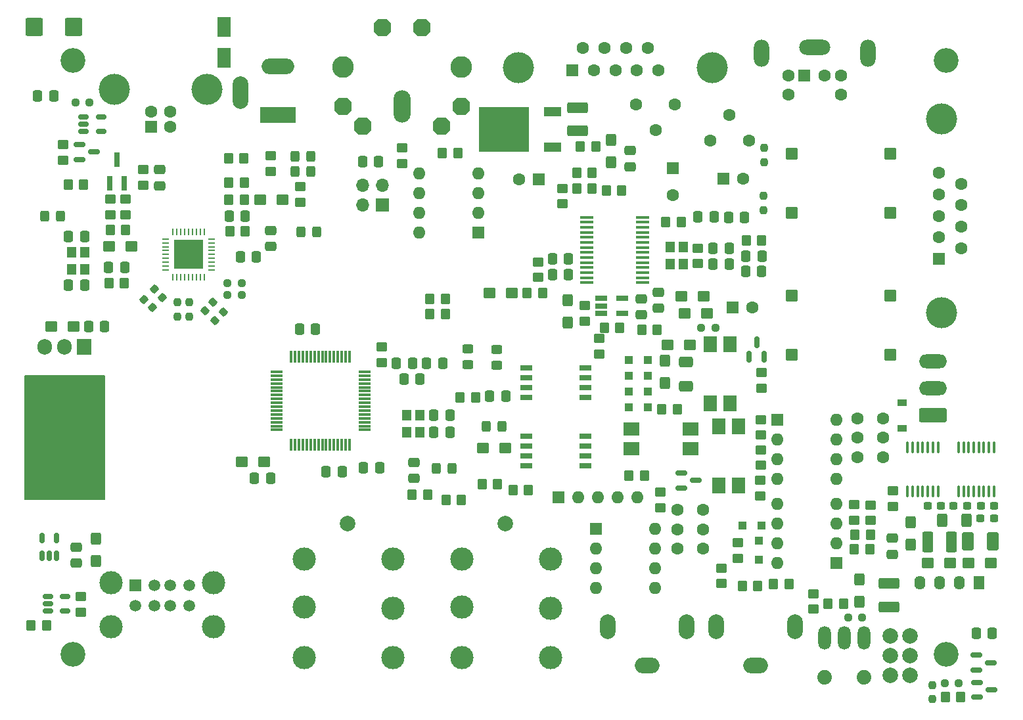
<source format=gbr>
%TF.GenerationSoftware,KiCad,Pcbnew,6.0.2+dfsg-1*%
%TF.CreationDate,2024-03-10T18:27:39+01:00*%
%TF.ProjectId,radio-usb,72616469-6f2d-4757-9362-2e6b69636164,rev?*%
%TF.SameCoordinates,Original*%
%TF.FileFunction,Soldermask,Top*%
%TF.FilePolarity,Negative*%
%FSLAX46Y46*%
G04 Gerber Fmt 4.6, Leading zero omitted, Abs format (unit mm)*
G04 Created by KiCad (PCBNEW 6.0.2+dfsg-1) date 2024-03-10 18:27:39*
%MOMM*%
%LPD*%
G01*
G04 APERTURE LIST*
G04 Aperture macros list*
%AMRoundRect*
0 Rectangle with rounded corners*
0 $1 Rounding radius*
0 $2 $3 $4 $5 $6 $7 $8 $9 X,Y pos of 4 corners*
0 Add a 4 corners polygon primitive as box body*
4,1,4,$2,$3,$4,$5,$6,$7,$8,$9,$2,$3,0*
0 Add four circle primitives for the rounded corners*
1,1,$1+$1,$2,$3*
1,1,$1+$1,$4,$5*
1,1,$1+$1,$6,$7*
1,1,$1+$1,$8,$9*
0 Add four rect primitives between the rounded corners*
20,1,$1+$1,$2,$3,$4,$5,0*
20,1,$1+$1,$4,$5,$6,$7,0*
20,1,$1+$1,$6,$7,$8,$9,0*
20,1,$1+$1,$8,$9,$2,$3,0*%
%AMFreePoly0*
4,1,25,0.555019,1.072796,0.567142,1.062442,1.062442,0.567142,1.090949,0.511194,1.092200,0.495300,1.092200,-0.495300,1.072796,-0.555019,1.062442,-0.567142,0.567142,-1.062442,0.511194,-1.090949,0.495300,-1.092200,-0.495300,-1.092200,-0.555019,-1.072796,-0.567142,-1.062442,-1.062442,-0.567142,-1.090949,-0.511194,-1.092200,-0.495300,-1.092200,0.495300,-1.072796,0.555019,-1.062442,0.567142,
-0.567142,1.062442,-0.511194,1.090949,-0.495300,1.092200,0.495300,1.092200,0.555019,1.072796,0.555019,1.072796,$1*%
G04 Aperture macros list end*
%ADD10C,0.152400*%
%ADD11RoundRect,0.250000X0.450000X-0.350000X0.450000X0.350000X-0.450000X0.350000X-0.450000X-0.350000X0*%
%ADD12C,2.000000*%
%ADD13C,3.000000*%
%ADD14RoundRect,0.250000X-0.537500X-0.425000X0.537500X-0.425000X0.537500X0.425000X-0.537500X0.425000X0*%
%ADD15RoundRect,0.250000X-0.337500X-0.475000X0.337500X-0.475000X0.337500X0.475000X-0.337500X0.475000X0*%
%ADD16R,1.800000X2.500000*%
%ADD17RoundRect,0.250001X-0.462499X-1.074999X0.462499X-1.074999X0.462499X1.074999X-0.462499X1.074999X0*%
%ADD18RoundRect,0.250000X-0.350000X-0.450000X0.350000X-0.450000X0.350000X0.450000X-0.350000X0.450000X0*%
%ADD19RoundRect,0.237500X-0.250000X-0.237500X0.250000X-0.237500X0.250000X0.237500X-0.250000X0.237500X0*%
%ADD20RoundRect,0.250000X-0.450000X0.325000X-0.450000X-0.325000X0.450000X-0.325000X0.450000X0.325000X0*%
%ADD21RoundRect,0.250000X-0.475000X0.337500X-0.475000X-0.337500X0.475000X-0.337500X0.475000X0.337500X0*%
%ADD22R,1.600000X1.600000*%
%ADD23C,1.600000*%
%ADD24C,4.000000*%
%ADD25RoundRect,0.250000X0.475000X-0.337500X0.475000X0.337500X-0.475000X0.337500X-0.475000X-0.337500X0*%
%ADD26RoundRect,0.250000X0.337500X0.475000X-0.337500X0.475000X-0.337500X-0.475000X0.337500X-0.475000X0*%
%ADD27RoundRect,0.250001X1.074999X-0.462499X1.074999X0.462499X-1.074999X0.462499X-1.074999X-0.462499X0*%
%ADD28RoundRect,0.250000X-0.425000X0.537500X-0.425000X-0.537500X0.425000X-0.537500X0.425000X0.537500X0*%
%ADD29RoundRect,0.237500X-0.344715X0.008839X0.008839X-0.344715X0.344715X-0.008839X-0.008839X0.344715X0*%
%ADD30O,3.500000X3.500000*%
%ADD31R,1.905000X2.000000*%
%ADD32O,1.905000X2.000000*%
%ADD33O,2.000000X3.500000*%
%ADD34O,4.000000X2.000000*%
%ADD35O,1.600000X1.600000*%
%ADD36RoundRect,0.250000X0.325000X0.450000X-0.325000X0.450000X-0.325000X-0.450000X0.325000X-0.450000X0*%
%ADD37RoundRect,0.250000X0.425000X-0.537500X0.425000X0.537500X-0.425000X0.537500X-0.425000X-0.537500X0*%
%ADD38RoundRect,0.250001X-1.074999X0.462499X-1.074999X-0.462499X1.074999X-0.462499X1.074999X0.462499X0*%
%ADD39RoundRect,0.250000X0.537500X0.425000X-0.537500X0.425000X-0.537500X-0.425000X0.537500X-0.425000X0*%
%ADD40R,1.600000X0.760000*%
%ADD41RoundRect,0.150000X-0.587500X-0.150000X0.587500X-0.150000X0.587500X0.150000X-0.587500X0.150000X0*%
%ADD42R,1.700000X1.700000*%
%ADD43O,1.700000X1.700000*%
%ADD44R,1.000000X1.000000*%
%ADD45RoundRect,0.237500X-0.237500X0.250000X-0.237500X-0.250000X0.237500X-0.250000X0.237500X0.250000X0*%
%ADD46RoundRect,0.237500X0.008839X0.344715X-0.344715X-0.008839X-0.008839X-0.344715X0.344715X0.008839X0*%
%ADD47RoundRect,0.250000X0.350000X0.450000X-0.350000X0.450000X-0.350000X-0.450000X0.350000X-0.450000X0*%
%ADD48RoundRect,0.250000X-0.650000X0.412500X-0.650000X-0.412500X0.650000X-0.412500X0.650000X0.412500X0*%
%ADD49R,1.400000X1.800000*%
%ADD50O,1.400000X1.800000*%
%ADD51RoundRect,0.250000X-0.450000X0.350000X-0.450000X-0.350000X0.450000X-0.350000X0.450000X0.350000X0*%
%ADD52O,1.625600X3.048000*%
%ADD53C,1.879600*%
%ADD54RoundRect,0.150000X0.150000X-0.587500X0.150000X0.587500X-0.150000X0.587500X-0.150000X-0.587500X0*%
%ADD55RoundRect,0.237500X0.250000X0.237500X-0.250000X0.237500X-0.250000X-0.237500X0.250000X-0.237500X0*%
%ADD56R,1.500000X1.500000*%
%ADD57C,1.500000*%
%ADD58C,3.200000*%
%ADD59RoundRect,0.150000X0.150000X-0.512500X0.150000X0.512500X-0.150000X0.512500X-0.150000X-0.512500X0*%
%ADD60R,1.200000X0.900000*%
%ADD61RoundRect,0.237500X0.300000X0.237500X-0.300000X0.237500X-0.300000X-0.237500X0.300000X-0.237500X0*%
%ADD62RoundRect,0.237500X0.237500X-0.250000X0.237500X0.250000X-0.237500X0.250000X-0.237500X-0.250000X0*%
%ADD63RoundRect,0.100000X0.100000X-0.637500X0.100000X0.637500X-0.100000X0.637500X-0.100000X-0.637500X0*%
%ADD64O,3.197860X1.998980*%
%ADD65O,1.998980X3.197860*%
%ADD66R,4.600000X2.000000*%
%ADD67O,4.200000X2.000000*%
%ADD68O,2.000000X4.200000*%
%ADD69R,1.780000X2.000000*%
%ADD70RoundRect,0.250000X-0.400000X-0.625000X0.400000X-0.625000X0.400000X0.625000X-0.400000X0.625000X0*%
%ADD71RoundRect,0.237500X-0.300000X-0.237500X0.300000X-0.237500X0.300000X0.237500X-0.300000X0.237500X0*%
%ADD72C,2.794000*%
%ADD73FreePoly0,180.000000*%
%ADD74O,2.184400X4.165600*%
%ADD75R,2.200000X1.200000*%
%ADD76R,6.400000X5.800000*%
%ADD77R,1.200000X1.400000*%
%ADD78R,1.750000X0.450000*%
%ADD79RoundRect,0.150000X-0.512500X-0.150000X0.512500X-0.150000X0.512500X0.150000X-0.512500X0.150000X0*%
%ADD80RoundRect,0.250001X-0.499999X-0.924999X0.499999X-0.924999X0.499999X0.924999X-0.499999X0.924999X0*%
%ADD81RoundRect,0.101600X0.654000X-0.654000X0.654000X0.654000X-0.654000X0.654000X-0.654000X-0.654000X0*%
%ADD82R,1.560000X0.650000*%
%ADD83RoundRect,0.250000X1.550000X-0.650000X1.550000X0.650000X-1.550000X0.650000X-1.550000X-0.650000X0*%
%ADD84O,3.600000X1.800000*%
%ADD85RoundRect,0.250000X-0.325000X-0.450000X0.325000X-0.450000X0.325000X0.450000X-0.325000X0.450000X0*%
%ADD86R,2.000000X1.780000*%
%ADD87RoundRect,0.062500X0.062500X-0.350000X0.062500X0.350000X-0.062500X0.350000X-0.062500X-0.350000X0*%
%ADD88RoundRect,0.062500X0.350000X-0.062500X0.350000X0.062500X-0.350000X0.062500X-0.350000X-0.062500X0*%
%ADD89R,3.700000X3.700000*%
%ADD90R,0.800000X1.900000*%
%ADD91RoundRect,0.075000X0.700000X0.075000X-0.700000X0.075000X-0.700000X-0.075000X0.700000X-0.075000X0*%
%ADD92RoundRect,0.075000X0.075000X0.700000X-0.075000X0.700000X-0.075000X-0.700000X0.075000X-0.700000X0*%
%ADD93RoundRect,0.250000X0.875000X0.925000X-0.875000X0.925000X-0.875000X-0.925000X0.875000X-0.925000X0*%
G04 APERTURE END LIST*
D10*
X49428400Y-88798400D02*
X39192200Y-88798400D01*
X39192200Y-88798400D02*
X39192200Y-72898000D01*
X39192200Y-72898000D02*
X49403000Y-72898000D01*
X49403000Y-72898000D02*
X49428400Y-88798400D01*
G36*
X49428400Y-88798400D02*
G01*
X39192200Y-88798400D01*
X39192200Y-72898000D01*
X49403000Y-72898000D01*
X49428400Y-88798400D01*
G37*
X49428400Y-88798400D02*
X39192200Y-88798400D01*
X39192200Y-72898000D01*
X49403000Y-72898000D01*
X49428400Y-88798400D01*
D11*
%TO.C,R27*%
X134010400Y-80552800D03*
X134010400Y-78552800D03*
%TD*%
D12*
%TO.C,J12*%
X101120000Y-91920000D03*
D13*
X106920000Y-102870000D03*
X95520000Y-102720000D03*
X106920000Y-109220000D03*
X95520000Y-109220000D03*
X106920000Y-96520000D03*
X95520000Y-96520000D03*
%TD*%
D14*
%TO.C,C61*%
X121981100Y-68910200D03*
X124856100Y-68910200D03*
%TD*%
%TO.C,C38*%
X98206700Y-82219800D03*
X101081700Y-82219800D03*
%TD*%
D15*
%TO.C,C34*%
X88036400Y-73374522D03*
X90111400Y-73374522D03*
%TD*%
D16*
%TO.C,D4*%
X64846200Y-27946600D03*
X64846200Y-31946600D03*
%TD*%
D17*
%TO.C,L2*%
X155560700Y-94310200D03*
X158535700Y-94310200D03*
%TD*%
D18*
%TO.C,R34*%
X39995600Y-105054400D03*
X41995600Y-105054400D03*
%TD*%
D19*
%TO.C,R17*%
X45671100Y-37719000D03*
X47496100Y-37719000D03*
%TD*%
D20*
%TO.C,D16*%
X96266000Y-69409200D03*
X96266000Y-71459200D03*
%TD*%
D21*
%TO.C,C9*%
X70891400Y-54182100D03*
X70891400Y-56257100D03*
%TD*%
D22*
%TO.C,J2*%
X55417400Y-40848900D03*
D23*
X57917400Y-40848900D03*
X57917400Y-38848900D03*
X55417400Y-38848900D03*
D24*
X50667400Y-35988900D03*
X62667400Y-35988900D03*
%TD*%
D25*
%TO.C,C57*%
X120777000Y-64228800D03*
X120777000Y-62153800D03*
%TD*%
D26*
%TO.C,C58*%
X109241500Y-57810400D03*
X107166500Y-57810400D03*
%TD*%
D27*
%TO.C,L3*%
X150571200Y-102681100D03*
X150571200Y-99706100D03*
%TD*%
D18*
%TO.C,R10*%
X50003200Y-61010800D03*
X52003200Y-61010800D03*
%TD*%
D28*
%TO.C,C42*%
X48310800Y-93914100D03*
X48310800Y-96789100D03*
%TD*%
D15*
%TO.C,C14*%
X66932900Y-57607200D03*
X69007900Y-57607200D03*
%TD*%
D11*
%TO.C,R16*%
X44145200Y-45145200D03*
X44145200Y-43145200D03*
%TD*%
D26*
%TO.C,C59*%
X109241500Y-59842400D03*
X107166500Y-59842400D03*
%TD*%
D29*
%TO.C,R46*%
X63449200Y-63423800D03*
X64739670Y-64714270D03*
%TD*%
D30*
%TO.C,U1*%
X44297600Y-85865200D03*
D31*
X46837600Y-69205200D03*
D32*
X44297600Y-69205200D03*
X41757600Y-69205200D03*
%TD*%
D22*
%TO.C,J6*%
X139649200Y-34188400D03*
D23*
X142249200Y-34188400D03*
X137549200Y-34188400D03*
X144349200Y-34188400D03*
X137549200Y-36688400D03*
X144349200Y-36688400D03*
D33*
X134099200Y-31338400D03*
X147799200Y-31338400D03*
D34*
X140949200Y-30538400D03*
%TD*%
D22*
%TO.C,U14*%
X112786000Y-92618400D03*
D35*
X112786000Y-95158400D03*
X112786000Y-97698400D03*
X112786000Y-100238400D03*
X120406000Y-100238400D03*
X120406000Y-97698400D03*
X120406000Y-95158400D03*
X120406000Y-92618400D03*
%TD*%
D18*
%TO.C,R33*%
X146167600Y-93370400D03*
X148167600Y-93370400D03*
%TD*%
D11*
%TO.C,R14*%
X50165000Y-52155600D03*
X50165000Y-50155600D03*
%TD*%
D15*
%TO.C,C51*%
X127842100Y-56464200D03*
X129917100Y-56464200D03*
%TD*%
D36*
%TO.C,L4*%
X100669200Y-79445122D03*
X98619200Y-79445122D03*
%TD*%
D37*
%TO.C,C60*%
X121691400Y-73878300D03*
X121691400Y-71003300D03*
%TD*%
D12*
%TO.C,D12*%
X153250200Y-106450700D03*
X150710200Y-106450700D03*
X153250200Y-108990700D03*
X150710200Y-108990700D03*
X153250200Y-111530700D03*
X150710200Y-111530700D03*
%TD*%
D38*
%TO.C,L5*%
X110439200Y-38390500D03*
X110439200Y-41365500D03*
%TD*%
D39*
%TO.C,C13*%
X52923300Y-56261000D03*
X50048300Y-56261000D03*
%TD*%
D14*
%TO.C,C18*%
X160792300Y-97028000D03*
X163667300Y-97028000D03*
%TD*%
D40*
%TO.C,SW5*%
X103755100Y-80664322D03*
X103755100Y-81934322D03*
X103755100Y-83204322D03*
X103755100Y-84474322D03*
X111375100Y-84474322D03*
X111375100Y-83204322D03*
X111375100Y-81934322D03*
X111375100Y-80664322D03*
%TD*%
D21*
%TO.C,C39*%
X117170200Y-43869700D03*
X117170200Y-45944700D03*
%TD*%
D14*
%TO.C,C11*%
X69504700Y-50215800D03*
X72379700Y-50215800D03*
%TD*%
D18*
%TO.C,R57*%
X91354400Y-62992000D03*
X93354400Y-62992000D03*
%TD*%
D41*
%TO.C,Q3*%
X161876500Y-112435600D03*
X161876500Y-114335600D03*
X163751500Y-113385600D03*
%TD*%
D42*
%TO.C,J5*%
X85217000Y-50876200D03*
D43*
X82677000Y-50876200D03*
X85217000Y-48336200D03*
X82677000Y-48336200D03*
%TD*%
D26*
%TO.C,C5*%
X46884500Y-54940200D03*
X44809500Y-54940200D03*
%TD*%
D11*
%TO.C,R23*%
X46380400Y-103362000D03*
X46380400Y-101362000D03*
%TD*%
D18*
%TO.C,R64*%
X110302800Y-46786800D03*
X112302800Y-46786800D03*
%TD*%
D23*
%TO.C,SW7*%
X117946800Y-37958400D03*
X120446800Y-41258400D03*
X122946800Y-37958400D03*
%TD*%
D14*
%TO.C,C50*%
X124165500Y-64871600D03*
X127040500Y-64871600D03*
%TD*%
D22*
%TO.C,U11*%
X143754000Y-97043400D03*
D35*
X143754000Y-94503400D03*
X143754000Y-91963400D03*
X143754000Y-89423400D03*
X136134000Y-89423400D03*
X136134000Y-91963400D03*
X136134000Y-94503400D03*
X136134000Y-97043400D03*
%TD*%
D44*
%TO.C,D10*%
X133731000Y-94127000D03*
X133731000Y-96627000D03*
%TD*%
%TO.C,D18*%
X119461600Y-72898000D03*
X116961600Y-72898000D03*
%TD*%
%TO.C,D17*%
X119461600Y-70891400D03*
X116961600Y-70891400D03*
%TD*%
D45*
%TO.C,R22*%
X58877200Y-63425700D03*
X58877200Y-65250700D03*
%TD*%
D14*
%TO.C,C54*%
X123759100Y-62661800D03*
X126634100Y-62661800D03*
%TD*%
D15*
%TO.C,C28*%
X90932000Y-71342522D03*
X93007000Y-71342522D03*
%TD*%
D11*
%TO.C,R2*%
X74650600Y-50530000D03*
X74650600Y-48530000D03*
%TD*%
D18*
%TO.C,R53*%
X110760000Y-43357800D03*
X112760000Y-43357800D03*
%TD*%
D23*
%TO.C,SW2*%
X132497200Y-42585000D03*
X129997200Y-39285000D03*
X127497200Y-42585000D03*
%TD*%
D46*
%TO.C,R30*%
X56906235Y-62829365D03*
X55615765Y-64119835D03*
%TD*%
D47*
%TO.C,R44*%
X97262100Y-75711322D03*
X95262100Y-75711322D03*
%TD*%
D48*
%TO.C,C62*%
X124358400Y-71106900D03*
X124358400Y-74231900D03*
%TD*%
D49*
%TO.C,U8*%
X162156900Y-99554700D03*
D50*
X159616900Y-99554700D03*
X157076900Y-99554700D03*
X154536900Y-99554700D03*
%TD*%
D18*
%TO.C,R51*%
X93437200Y-88925400D03*
X95437200Y-88925400D03*
%TD*%
D51*
%TO.C,R25*%
X131089400Y-94453200D03*
X131089400Y-96453200D03*
%TD*%
D28*
%TO.C,C48*%
X109118400Y-63180100D03*
X109118400Y-66055100D03*
%TD*%
D52*
%TO.C,SW3*%
X147320000Y-106680000D03*
X144780000Y-106680000D03*
X142240000Y-106680000D03*
D53*
X147320000Y-111760000D03*
X142240000Y-111760000D03*
%TD*%
D11*
%TO.C,R65*%
X134010400Y-84439000D03*
X134010400Y-82439000D03*
%TD*%
D44*
%TO.C,D19*%
X119461600Y-74904600D03*
X116961600Y-74904600D03*
%TD*%
D54*
%TO.C,Q4*%
X132527000Y-70431900D03*
X134427000Y-70431900D03*
X133477000Y-68556900D03*
%TD*%
D55*
%TO.C,R35*%
X147089500Y-104063800D03*
X145264500Y-104063800D03*
%TD*%
D56*
%TO.C,J7*%
X53396000Y-99901600D03*
D57*
X55896000Y-99901600D03*
X57896000Y-99901600D03*
X60396000Y-99901600D03*
X53396000Y-102521600D03*
X55896000Y-102521600D03*
X57896000Y-102521600D03*
X60396000Y-102521600D03*
D13*
X63466000Y-99551600D03*
X50326000Y-105231600D03*
X50326000Y-99551600D03*
X63466000Y-105231600D03*
%TD*%
D21*
%TO.C,C10*%
X45770800Y-94974500D03*
X45770800Y-97049500D03*
%TD*%
D25*
%TO.C,C21*%
X150977600Y-95931900D03*
X150977600Y-93856900D03*
%TD*%
D51*
%TO.C,R80*%
X121107200Y-87900000D03*
X121107200Y-89900000D03*
%TD*%
D55*
%TO.C,R78*%
X128166500Y-66751200D03*
X126341500Y-66751200D03*
%TD*%
D24*
%TO.C,J8*%
X157272000Y-39808602D03*
X157272000Y-64808602D03*
D22*
X156972000Y-57848602D03*
D23*
X156972000Y-55078602D03*
X156972000Y-52308602D03*
X156972000Y-49538602D03*
X156972000Y-46768602D03*
X159812000Y-56463602D03*
X159812000Y-53693602D03*
X159812000Y-50923602D03*
X159812000Y-48153602D03*
%TD*%
D28*
%TO.C,C37*%
X114757200Y-42504500D03*
X114757200Y-45379500D03*
%TD*%
D18*
%TO.C,R5*%
X50181000Y-54152800D03*
X52181000Y-54152800D03*
%TD*%
D47*
%TO.C,R49*%
X100110800Y-86868000D03*
X98110800Y-86868000D03*
%TD*%
D19*
%TO.C,R43*%
X65305300Y-62484000D03*
X67130300Y-62484000D03*
%TD*%
D58*
%TO.C,H4*%
X45339000Y-32258000D03*
%TD*%
D41*
%TO.C,Q5*%
X123776500Y-85460800D03*
X123776500Y-87360800D03*
X125651500Y-86410800D03*
%TD*%
D19*
%TO.C,R42*%
X65305300Y-60960000D03*
X67130300Y-60960000D03*
%TD*%
D58*
%TO.C,H3*%
X157861000Y-32258000D03*
%TD*%
D15*
%TO.C,C52*%
X127867500Y-58496200D03*
X129942500Y-58496200D03*
%TD*%
D59*
%TO.C,U4*%
X41366400Y-96133500D03*
X42316400Y-96133500D03*
X43266400Y-96133500D03*
X43266400Y-93858500D03*
X41366400Y-93858500D03*
%TD*%
D39*
%TO.C,C49*%
X101894500Y-62230000D03*
X99019500Y-62230000D03*
%TD*%
D60*
%TO.C,D7*%
X152222200Y-79678800D03*
X152222200Y-76378800D03*
%TD*%
D41*
%TO.C,Q2*%
X161800300Y-108930400D03*
X161800300Y-110830400D03*
X163675300Y-109880400D03*
%TD*%
D11*
%TO.C,R79*%
X128905000Y-99679000D03*
X128905000Y-97679000D03*
%TD*%
D23*
%TO.C,SW1*%
X149769000Y-78373600D03*
X149769000Y-80873600D03*
X149769000Y-83373600D03*
X146469000Y-78373600D03*
X146469000Y-80873600D03*
X146469000Y-83373600D03*
%TD*%
D51*
%TO.C,R9*%
X148183600Y-89551000D03*
X148183600Y-91551000D03*
%TD*%
D61*
%TO.C,C32*%
X160577700Y-89636600D03*
X158852700Y-89636600D03*
%TD*%
D47*
%TO.C,R54*%
X123783600Y-53111400D03*
X121783600Y-53111400D03*
%TD*%
D26*
%TO.C,C1*%
X49475300Y-66522600D03*
X47400300Y-66522600D03*
%TD*%
D62*
%TO.C,R70*%
X134391400Y-51560100D03*
X134391400Y-49735100D03*
%TD*%
D22*
%TO.C,C63*%
X130389621Y-64084200D03*
D23*
X132889621Y-64084200D03*
%TD*%
D18*
%TO.C,R21*%
X131638800Y-99999800D03*
X133638800Y-99999800D03*
%TD*%
D29*
%TO.C,R48*%
X62382400Y-64490600D03*
X63672870Y-65781070D03*
%TD*%
D63*
%TO.C,U13*%
X159497600Y-87850900D03*
X160147600Y-87850900D03*
X160797600Y-87850900D03*
X161447600Y-87850900D03*
X162097600Y-87850900D03*
X162747600Y-87850900D03*
X163397600Y-87850900D03*
X164047600Y-87850900D03*
X164047600Y-82125900D03*
X163397600Y-82125900D03*
X162747600Y-82125900D03*
X162097600Y-82125900D03*
X161447600Y-82125900D03*
X160797600Y-82125900D03*
X160147600Y-82125900D03*
X159497598Y-82125896D03*
%TD*%
D18*
%TO.C,R60*%
X118659400Y-66954400D03*
X120659400Y-66954400D03*
%TD*%
D45*
%TO.C,R24*%
X60401200Y-63425700D03*
X60401200Y-65250700D03*
%TD*%
D12*
%TO.C,J11*%
X80800000Y-91920000D03*
D13*
X86600000Y-102870000D03*
X75200000Y-102720000D03*
X86600000Y-109220000D03*
X75200000Y-109220000D03*
X86600000Y-96520000D03*
X75200000Y-96520000D03*
%TD*%
D64*
%TO.C,J10*%
X119380000Y-110220000D03*
D65*
X124434600Y-105222040D03*
X114325400Y-105222040D03*
%TD*%
D26*
%TO.C,C55*%
X134158900Y-57531000D03*
X132083900Y-57531000D03*
%TD*%
D51*
%TO.C,R38*%
X146024600Y-89500200D03*
X146024600Y-91500200D03*
%TD*%
D15*
%TO.C,C4*%
X82680900Y-45339000D03*
X84755900Y-45339000D03*
%TD*%
D66*
%TO.C,J1*%
X71770000Y-39293800D03*
D67*
X71770000Y-32993800D03*
D68*
X66970000Y-36393800D03*
%TD*%
D47*
%TO.C,R72*%
X112302800Y-48768000D03*
X110302800Y-48768000D03*
%TD*%
%TO.C,R4*%
X67471800Y-50215800D03*
X65471800Y-50215800D03*
%TD*%
D18*
%TO.C,R29*%
X135626600Y-99720400D03*
X137626600Y-99720400D03*
%TD*%
D11*
%TO.C,R18*%
X87833200Y-45526200D03*
X87833200Y-43526200D03*
%TD*%
D44*
%TO.C,D20*%
X119461600Y-76936600D03*
X116961600Y-76936600D03*
%TD*%
D46*
%TO.C,R26*%
X55839435Y-61762565D03*
X54548965Y-63053035D03*
%TD*%
D47*
%TO.C,R6*%
X67573400Y-54305200D03*
X65573400Y-54305200D03*
%TD*%
%TO.C,R62*%
X105902000Y-62204600D03*
X103902000Y-62204600D03*
%TD*%
D58*
%TO.C,H2*%
X157861000Y-108788200D03*
%TD*%
D26*
%TO.C,C36*%
X101138900Y-75565000D03*
X99063900Y-75565000D03*
%TD*%
D18*
%TO.C,R1*%
X44745400Y-48260000D03*
X46745400Y-48260000D03*
%TD*%
D69*
%TO.C,U20*%
X128625600Y-87020400D03*
X131165600Y-87020400D03*
X131165600Y-79400400D03*
X128625600Y-79400400D03*
%TD*%
D70*
%TO.C,R20*%
X157428600Y-91541600D03*
X160528600Y-91541600D03*
%TD*%
D44*
%TO.C,D9*%
X131617400Y-92202000D03*
X134117400Y-92202000D03*
%TD*%
D40*
%TO.C,SW4*%
X103831300Y-71901322D03*
X103831300Y-73171322D03*
X103831300Y-74441322D03*
X103831300Y-75711322D03*
X111451300Y-75711322D03*
X111451300Y-74441322D03*
X111451300Y-73171322D03*
X111451300Y-71901322D03*
%TD*%
D71*
%TO.C,C29*%
X162383300Y-89687400D03*
X164108300Y-89687400D03*
%TD*%
D37*
%TO.C,C16*%
X153365200Y-94655500D03*
X153365200Y-91780500D03*
%TD*%
D15*
%TO.C,C27*%
X125911700Y-52451000D03*
X127986700Y-52451000D03*
%TD*%
D11*
%TO.C,R45*%
X108483400Y-50758600D03*
X108483400Y-48758600D03*
%TD*%
D24*
%TO.C,J4*%
X127768000Y-33228000D03*
X102768000Y-33228000D03*
D22*
X109728000Y-33528000D03*
D23*
X112498000Y-33528000D03*
X115268000Y-33528000D03*
X118038000Y-33528000D03*
X120808000Y-33528000D03*
X111113000Y-30688000D03*
X113883000Y-30688000D03*
X116653000Y-30688000D03*
X119423000Y-30688000D03*
%TD*%
D11*
%TO.C,R61*%
X105283000Y-60232800D03*
X105283000Y-58232800D03*
%TD*%
D69*
%TO.C,U21*%
X127508000Y-76479400D03*
X130048000Y-76479400D03*
X130048000Y-68859400D03*
X127508000Y-68859400D03*
%TD*%
D18*
%TO.C,R32*%
X146066000Y-95275400D03*
X148066000Y-95275400D03*
%TD*%
D22*
%TO.C,RN1*%
X107951500Y-88563722D03*
D35*
X110491500Y-88563722D03*
X113031500Y-88563722D03*
X115571500Y-88563722D03*
X118111500Y-88563722D03*
%TD*%
D51*
%TO.C,R40*%
X151028400Y-87747600D03*
X151028400Y-89747600D03*
%TD*%
D72*
%TO.C,X1*%
X80137000Y-33121600D03*
X95377000Y-33121600D03*
D73*
X80137000Y-38201600D03*
D74*
X87757000Y-38201600D03*
D73*
X95377000Y-38201600D03*
X82677000Y-40741600D03*
X92837000Y-40741600D03*
X90297000Y-28041600D03*
X85217000Y-28041600D03*
%TD*%
D18*
%TO.C,R52*%
X89068400Y-88265000D03*
X91068400Y-88265000D03*
%TD*%
D23*
%TO.C,SW6*%
X126553400Y-90210000D03*
X126553400Y-92710000D03*
X126553400Y-95210000D03*
X123253400Y-90210000D03*
X123253400Y-92710000D03*
X123253400Y-95210000D03*
%TD*%
D51*
%TO.C,R15*%
X54457600Y-46345600D03*
X54457600Y-48345600D03*
%TD*%
D26*
%TO.C,C43*%
X131923700Y-52476400D03*
X129848700Y-52476400D03*
%TD*%
D20*
%TO.C,D15*%
X99999800Y-69485400D03*
X99999800Y-71535400D03*
%TD*%
D39*
%TO.C,C56*%
X69988200Y-83966322D03*
X67113200Y-83966322D03*
%TD*%
D15*
%TO.C,C35*%
X87045800Y-71342522D03*
X89120800Y-71342522D03*
%TD*%
%TO.C,C45*%
X132058500Y-59486800D03*
X134133500Y-59486800D03*
%TD*%
D22*
%TO.C,C64*%
X129221221Y-47523400D03*
D23*
X131721221Y-47523400D03*
%TD*%
D15*
%TO.C,C25*%
X82804000Y-84728322D03*
X84879000Y-84728322D03*
%TD*%
D36*
%TO.C,D6*%
X76056600Y-46609000D03*
X74006600Y-46609000D03*
%TD*%
D47*
%TO.C,R81*%
X119008400Y-85750400D03*
X117008400Y-85750400D03*
%TD*%
%TO.C,R8*%
X67421000Y-44907200D03*
X65421000Y-44907200D03*
%TD*%
%TO.C,R41*%
X159800800Y-114274600D03*
X157800800Y-114274600D03*
%TD*%
D11*
%TO.C,R31*%
X140817600Y-102981000D03*
X140817600Y-100981000D03*
%TD*%
D75*
%TO.C,U7*%
X107197000Y-43453400D03*
D76*
X100897000Y-41173400D03*
D75*
X107197000Y-38893400D03*
%TD*%
D18*
%TO.C,R77*%
X113858800Y-66700400D03*
X115858800Y-66700400D03*
%TD*%
D71*
%TO.C,C33*%
X162332500Y-91287600D03*
X164057500Y-91287600D03*
%TD*%
D22*
%TO.C,C40*%
X122707400Y-46128656D03*
D23*
X122707400Y-49628656D03*
%TD*%
D77*
%TO.C,Y2*%
X88401700Y-78014922D03*
X88401700Y-80214922D03*
X90101700Y-80214922D03*
X90101700Y-78014922D03*
%TD*%
D11*
%TO.C,R55*%
X125919611Y-58462598D03*
X125919611Y-56462598D03*
%TD*%
D64*
%TO.C,J9*%
X133350000Y-110220000D03*
D65*
X138404600Y-105222040D03*
X128295400Y-105222040D03*
%TD*%
D22*
%TO.C,U12*%
X136154000Y-78546800D03*
D35*
X136154000Y-81086800D03*
X136154000Y-83626800D03*
X136154000Y-86166800D03*
X143774000Y-86166800D03*
X143774000Y-83626800D03*
X143774000Y-81086800D03*
X143774000Y-78546800D03*
%TD*%
D25*
%TO.C,C41*%
X89277100Y-86121422D03*
X89277100Y-84046422D03*
%TD*%
D11*
%TO.C,R3*%
X70891400Y-46567600D03*
X70891400Y-44567600D03*
%TD*%
D47*
%TO.C,R19*%
X94980000Y-44221400D03*
X92980000Y-44221400D03*
%TD*%
D62*
%TO.C,R36*%
X156108400Y-114577500D03*
X156108400Y-112752500D03*
%TD*%
D78*
%TO.C,U15*%
X111614400Y-52467800D03*
X111614400Y-53117800D03*
X111614407Y-53767812D03*
X111614407Y-54417798D03*
X111614407Y-55067810D03*
X111614407Y-55717796D03*
X111614407Y-56367807D03*
X111614400Y-57017800D03*
X111614400Y-57667800D03*
X111614400Y-58317800D03*
X111614407Y-58967802D03*
X111614400Y-59617800D03*
X111614400Y-60267800D03*
X111614400Y-60917800D03*
X118814400Y-60917800D03*
X118814400Y-60267800D03*
X118814400Y-59617800D03*
X118814393Y-58967802D03*
X118814400Y-58317800D03*
X118814400Y-57667800D03*
X118814400Y-57017800D03*
X118814393Y-56367807D03*
X118814400Y-55717800D03*
X118814400Y-55067800D03*
X118814393Y-54417798D03*
X118814393Y-53767812D03*
X118814400Y-53117800D03*
X118814393Y-52467789D03*
%TD*%
D47*
%TO.C,R7*%
X67446400Y-47980600D03*
X65446400Y-47980600D03*
%TD*%
D18*
%TO.C,R59*%
X91379800Y-64947800D03*
X93379800Y-64947800D03*
%TD*%
D26*
%TO.C,C2*%
X46884500Y-61214000D03*
X44809500Y-61214000D03*
%TD*%
D21*
%TO.C,C7*%
X56515000Y-46333500D03*
X56515000Y-48408500D03*
%TD*%
D71*
%TO.C,C24*%
X155499900Y-89636600D03*
X157224900Y-89636600D03*
%TD*%
D18*
%TO.C,R39*%
X142687800Y-102311200D03*
X144687800Y-102311200D03*
%TD*%
D79*
%TO.C,U5*%
X46741500Y-39537600D03*
X46741500Y-40487600D03*
X46741500Y-41437600D03*
X49016500Y-41437600D03*
X49016500Y-39537600D03*
%TD*%
D15*
%TO.C,C6*%
X49965700Y-58953400D03*
X52040700Y-58953400D03*
%TD*%
%TO.C,C31*%
X91871800Y-78022722D03*
X93946800Y-78022722D03*
%TD*%
D80*
%TO.C,C19*%
X160681000Y-94259400D03*
X163931000Y-94259400D03*
%TD*%
D11*
%TO.C,R28*%
X133934200Y-88376000D03*
X133934200Y-86376000D03*
%TD*%
D81*
%TO.C,U22*%
X138021593Y-44277991D03*
X138021593Y-51897991D03*
X150721593Y-44277991D03*
X150721593Y-51897991D03*
%TD*%
D63*
%TO.C,U9*%
X152939200Y-87850900D03*
X153589200Y-87850900D03*
X154239200Y-87850900D03*
X154889200Y-87850900D03*
X155539211Y-87850904D03*
X156189197Y-87850904D03*
X156839200Y-87850900D03*
X156839200Y-82125900D03*
X156189200Y-82125900D03*
X155539200Y-82125900D03*
X154889200Y-82125900D03*
X154239189Y-82125896D03*
X153589200Y-82125900D03*
X152939191Y-82125896D03*
%TD*%
D82*
%TO.C,U23*%
X113458000Y-62956400D03*
X113458000Y-63906400D03*
X113458000Y-64856400D03*
X116158000Y-64856400D03*
X116158000Y-62956400D03*
%TD*%
D83*
%TO.C,J3*%
X156210000Y-78006092D03*
D84*
X156210000Y-74506092D03*
X156210000Y-71006092D03*
%TD*%
D85*
%TO.C,D1*%
X41697800Y-52349400D03*
X43747800Y-52349400D03*
%TD*%
D18*
%TO.C,R50*%
X102073200Y-87655400D03*
X104073200Y-87655400D03*
%TD*%
D86*
%TO.C,U18*%
X124993400Y-82321400D03*
X124993400Y-79781400D03*
X117373400Y-79781400D03*
X117373400Y-82321400D03*
%TD*%
D47*
%TO.C,R58*%
X134146800Y-55499000D03*
X132146800Y-55499000D03*
%TD*%
%TO.C,R71*%
X116112800Y-49072800D03*
X114112800Y-49072800D03*
%TD*%
D11*
%TO.C,R67*%
X113207800Y-70113400D03*
X113207800Y-68113400D03*
%TD*%
D15*
%TO.C,C12*%
X65510500Y-52298600D03*
X67585500Y-52298600D03*
%TD*%
D85*
%TO.C,D5*%
X74006600Y-44602400D03*
X76056600Y-44602400D03*
%TD*%
D47*
%TO.C,R66*%
X123275600Y-77190600D03*
X121275600Y-77190600D03*
%TD*%
D14*
%TO.C,C20*%
X155534500Y-97002600D03*
X158409500Y-97002600D03*
%TD*%
D21*
%TO.C,C46*%
X118592600Y-62995900D03*
X118592600Y-65070900D03*
%TD*%
D14*
%TO.C,C8*%
X42555300Y-66522600D03*
X45430300Y-66522600D03*
%TD*%
D15*
%TO.C,C47*%
X74574400Y-66922922D03*
X76649400Y-66922922D03*
%TD*%
D11*
%TO.C,R68*%
X111328200Y-65846200D03*
X111328200Y-63846200D03*
%TD*%
D41*
%TO.C,Q1*%
X46230300Y-43119000D03*
X46230300Y-45019000D03*
X48105300Y-44069000D03*
%TD*%
D22*
%TO.C,U2*%
X97627600Y-54422200D03*
D35*
X97627600Y-51882200D03*
X97627600Y-49342200D03*
X97627600Y-46802200D03*
X90007600Y-46802200D03*
X90007600Y-49342200D03*
X90007600Y-51882200D03*
X90007600Y-54422200D03*
%TD*%
D19*
%TO.C,R37*%
X157710500Y-112522000D03*
X159535500Y-112522000D03*
%TD*%
D15*
%TO.C,C53*%
X78003400Y-85312522D03*
X80078400Y-85312522D03*
%TD*%
%TO.C,C17*%
X40821700Y-36880800D03*
X42896700Y-36880800D03*
%TD*%
D81*
%TO.C,U19*%
X138021593Y-62565991D03*
X138021593Y-70185991D03*
X150721593Y-62565991D03*
X150721593Y-70185991D03*
%TD*%
D26*
%TO.C,C22*%
X163851500Y-106095800D03*
X161776500Y-106095800D03*
%TD*%
D11*
%TO.C,R47*%
X85162300Y-71174122D03*
X85162300Y-69174122D03*
%TD*%
D77*
%TO.C,Y1*%
X46900200Y-59189800D03*
X46900200Y-56989800D03*
X45200200Y-56989800D03*
X45200200Y-59189800D03*
%TD*%
D26*
%TO.C,C26*%
X70832800Y-86125322D03*
X68757800Y-86125322D03*
%TD*%
D36*
%TO.C,L6*%
X94213700Y-84880722D03*
X92163700Y-84880722D03*
%TD*%
D58*
%TO.C,H1*%
X45339000Y-108788200D03*
%TD*%
D11*
%TO.C,R63*%
X134112000Y-74507600D03*
X134112000Y-72507600D03*
%TD*%
D51*
%TO.C,R13*%
X52146200Y-50155600D03*
X52146200Y-52155600D03*
%TD*%
D28*
%TO.C,C23*%
X146735800Y-99197300D03*
X146735800Y-102072300D03*
%TD*%
D87*
%TO.C,U6*%
X58274200Y-60214500D03*
X58774200Y-60214500D03*
X59274200Y-60214500D03*
X59774200Y-60214500D03*
X60274200Y-60214500D03*
X60774200Y-60214500D03*
X61274200Y-60214500D03*
X61774200Y-60214500D03*
X62274200Y-60214500D03*
D88*
X63211700Y-59277000D03*
X63211710Y-58776997D03*
X63211700Y-58277000D03*
X63211710Y-57776999D03*
X63211710Y-57277000D03*
X63211700Y-56777000D03*
X63211710Y-56277002D03*
X63211700Y-55777000D03*
X63211700Y-55277000D03*
D87*
X62274200Y-54339500D03*
X61774200Y-54339500D03*
X61274198Y-54339490D03*
X60774200Y-54339500D03*
X60274200Y-54339500D03*
X59774200Y-54339500D03*
X59274200Y-54339500D03*
X58774200Y-54339500D03*
X58274200Y-54339500D03*
D88*
X57336700Y-55277000D03*
X57336704Y-55776992D03*
X57336700Y-56277000D03*
X57336700Y-56777000D03*
X57336700Y-57277000D03*
X57336700Y-57777000D03*
X57336700Y-58277000D03*
X57336700Y-58777000D03*
X57336700Y-59277000D03*
D89*
X60274200Y-57277000D03*
%TD*%
D90*
%TO.C,U3*%
X50104000Y-48083600D03*
X52004000Y-48083600D03*
X51054000Y-45083600D03*
%TD*%
D15*
%TO.C,C30*%
X91897200Y-80232522D03*
X93972200Y-80232522D03*
%TD*%
D62*
%TO.C,R69*%
X134416800Y-45387900D03*
X134416800Y-43562900D03*
%TD*%
D79*
%TO.C,U10*%
X42118700Y-101361200D03*
X42118700Y-102311200D03*
X42118700Y-103261200D03*
X44393700Y-103261200D03*
X44393700Y-101361200D03*
%TD*%
D36*
%TO.C,L1*%
X76793200Y-54381400D03*
X74743200Y-54381400D03*
%TD*%
D91*
%TO.C,U17*%
X82937883Y-79893135D03*
X82937900Y-79393122D03*
X82937900Y-78893122D03*
X82937900Y-78393122D03*
X82937895Y-77893131D03*
X82937895Y-77393132D03*
X82937895Y-76893133D03*
X82937895Y-76393134D03*
X82937895Y-75893110D03*
X82937895Y-75393111D03*
X82937895Y-74893112D03*
X82937900Y-74393122D03*
X82937895Y-73893114D03*
X82937900Y-73393122D03*
X82937895Y-72893116D03*
X82937900Y-72393122D03*
D92*
X81012905Y-70468127D03*
X80512900Y-70468122D03*
X80012900Y-70468122D03*
X79512900Y-70468122D03*
X79012900Y-70468122D03*
X78512900Y-70468122D03*
X78012911Y-70468127D03*
X77512900Y-70468122D03*
X77012900Y-70468122D03*
X76512900Y-70468122D03*
X76012900Y-70468122D03*
X75512900Y-70468122D03*
X75012900Y-70468122D03*
X74512893Y-70468127D03*
X74012900Y-70468122D03*
X73512895Y-70468127D03*
D91*
X71587900Y-72393122D03*
X71587905Y-72893116D03*
X71587905Y-73393115D03*
X71587905Y-73893114D03*
X71587900Y-74393122D03*
X71587900Y-74893122D03*
X71587900Y-75393122D03*
X71587900Y-75893122D03*
X71587900Y-76393122D03*
X71587900Y-76893122D03*
X71587900Y-77393122D03*
X71587900Y-77893122D03*
X71587905Y-78393130D03*
X71587900Y-78893122D03*
X71587900Y-79393122D03*
X71587900Y-79893122D03*
D92*
X73512900Y-81818122D03*
X74012894Y-81818117D03*
X74512893Y-81818117D03*
X75012892Y-81818117D03*
X75512891Y-81818117D03*
X76012900Y-81818122D03*
X76512900Y-81818122D03*
X77012900Y-81818122D03*
X77512912Y-81818117D03*
X78012900Y-81818122D03*
X78512900Y-81818122D03*
X79012900Y-81818122D03*
X79512908Y-81818117D03*
X80012907Y-81818117D03*
X80512900Y-81818122D03*
X81012900Y-81818122D03*
%TD*%
D22*
%TO.C,C15*%
X105395913Y-47599600D03*
D23*
X102895913Y-47599600D03*
%TD*%
D93*
%TO.C,C3*%
X45450600Y-27965400D03*
X40350600Y-27965400D03*
%TD*%
D77*
%TO.C,Y3*%
X124026400Y-58537200D03*
X124026400Y-56337200D03*
X122326400Y-56337200D03*
X122326400Y-58537200D03*
%TD*%
M02*

</source>
